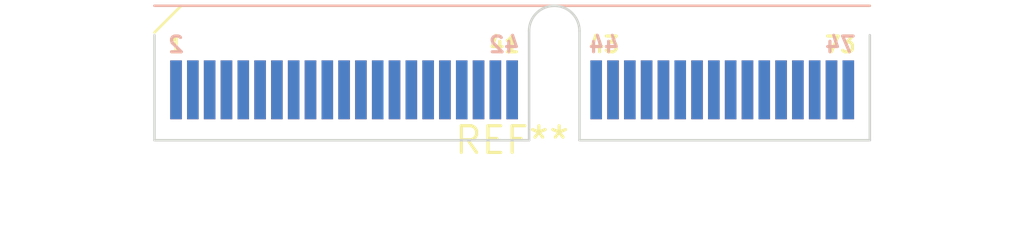
<source format=kicad_pcb>
(kicad_pcb (version 20240108) (generator pcbnew)
  (layers (0 "F.Cu" signal) (31 "B.Cu" signal) (34 "B.Paste" user) (35 "F.Paste" user) (36 "B.SilkS" user "B.Silkscreen") (37 "F.SilkS" user "F.Silkscreen") (38 "B.Mask" user) (39 "F.Mask" user) (44 "Edge.Cuts" user))
  (net 0 "")
  (footprint "Samtec_HSEC8-137-X-X-DV_2x37_P0.8mm_Edge" (layer "F.Cu") (at 0 0)
    (property "Reference" "REF**")
    (property "Value" "Samtec_HSEC8-137-X-X-DV_2x37_P0.8mm_Edge")
    (fp_line (start -17.025 -6.4) (end -17.025 -6.4) (layer "B.SilkS") (stroke (width 0.12)))
    (fp_line (start -17.025 -6.4) (end 17.025 -6.4) (layer "B.SilkS") (stroke (width 0.12)))
    (fp_line (start -17.025 -5.13) (end -15.755 -6.4) (layer "F.SilkS") (stroke (width 0.12)))
    (fp_line (start -15.755 -6.4) (end 17.025 -6.4) (layer "F.SilkS") (stroke (width 0.12)))
    (fp_line (start -17.025 -5) (end -17.025 0) (layer "Edge.Cuts") (stroke (width 0.12)))
    (fp_line (start -17.025 0) (end 0.805 0) (layer "Edge.Cuts") (stroke (width 0.12)))
    (fp_line (start 0.805 0) (end 0.805 -5.2) (layer "Edge.Cuts") (stroke (width 0.12)))
    (fp_line (start 3.205 -5.2) (end 3.205 0) (layer "Edge.Cuts") (stroke (width 0.12)))
    (fp_line (start 3.205 0) (end 17.025 0) (layer "Edge.Cuts") (stroke (width 0.12)))
    (fp_line (start 17.025 0) (end 17.025 -5) (layer "Edge.Cuts") (stroke (width 0.12)))
    (fp_arc (start 0.805 -5.2) (mid 2.005 -6.4) (end 3.205 -5.2) (layer "Edge.Cuts") (stroke (width 0.12)))
    (fp_text user "44" (at 4.375 -4.55 0) (layer "B.SilkS") (effects (font (size 0.75 0.75)) (justify mirror)))
    (fp_text user "74" (at 15.625 -4.55 0) (layer "B.SilkS") (effects (font (size 0.75 0.75)) (justify mirror)))
    (fp_text user "42" (at -0.375 -4.55 0) (layer "B.SilkS") (effects (font (size 0.75 0.75)) (justify mirror)))
    (fp_text user "2" (at -16 -4.55 0) (layer "B.SilkS") (effects (font (size 0.75 0.75)) (justify mirror)))
    (fp_text user "41" (at -0.375 -4.55 0) (layer "F.SilkS") (effects (font (size 0.75 0.75))))
    (fp_text user "43" (at 4.375 -4.55 0) (layer "F.SilkS") (effects (font (size 0.75 0.75))))
    (fp_text user "73" (at 15.625 -4.55 0) (layer "F.SilkS") (effects (font (size 0.75 0.75))))
    (fp_text user "1" (at -16 -4.55 0) (layer "F.SilkS") (effects (font (size 0.75 0.75))))
    (pad "1" connect rect (at -16 -2.4) (size 0.55 2.8) (layers "F.Cu" "F.Mask"))
    (pad "2" connect rect (at -16 -2.4) (size 0.55 2.8) (layers "B.Cu" "B.Mask"))
    (pad "3" connect rect (at -15.2 -2.4) (size 0.55 2.8) (layers "F.Cu" "F.Mask"))
    (pad "4" connect rect (at -15.2 -2.4) (size 0.55 2.8) (layers "B.Cu" "B.Mask"))
    (pad "5" connect rect (at -14.4 -2.4) (size 0.55 2.8) (layers "F.Cu" "F.Mask"))
    (pad "6" connect rect (at -14.4 -2.4) (size 0.55 2.8) (layers "B.Cu" "B.Mask"))
    (pad "7" connect rect (at -13.6 -2.4) (size 0.55 2.8) (layers "F.Cu" "F.Mask"))
    (pad "8" connect rect (at -13.6 -2.4) (size 0.55 2.8) (layers "B.Cu" "B.Mask"))
    (pad "9" connect rect (at -12.8 -2.4) (size 0.55 2.8) (layers "F.Cu" "F.Mask"))
    (pad "10" connect rect (at -12.8 -2.4) (size 0.55 2.8) (layers "B.Cu" "B.Mask"))
    (pad "11" connect rect (at -12 -2.4) (size 0.55 2.8) (layers "F.Cu" "F.Mask"))
    (pad "12" connect rect (at -12 -2.4) (size 0.55 2.8) (layers "B.Cu" "B.Mask"))
    (pad "13" connect rect (at -11.2 -2.4) (size 0.55 2.8) (layers "F.Cu" "F.Mask"))
    (pad "14" connect rect (at -11.2 -2.4) (size 0.55 2.8) (layers "B.Cu" "B.Mask"))
    (pad "15" connect rect (at -10.4 -2.4) (size 0.55 2.8) (layers "F.Cu" "F.Mask"))
    (pad "16" connect rect (at -10.4 -2.4) (size 0.55 2.8) (layers "B.Cu" "B.Mask"))
    (pad "17" connect rect (at -9.6 -2.4) (size 0.55 2.8) (layers "F.Cu" "F.Mask"))
    (pad "18" connect rect (at -9.6 -2.4) (size 0.55 2.8) (layers "B.Cu" "B.Mask"))
    (pad "19" connect rect (at -8.8 -2.4) (size 0.55 2.8) (layers "F.Cu" "F.Mask"))
    (pad "20" connect rect (at -8.8 -2.4) (size 0.55 2.8) (layers "B.Cu" "B.Mask"))
    (pad "21" connect rect (at -8 -2.4) (size 0.55 2.8) (layers "F.Cu" "F.Mask"))
    (pad "22" connect rect (at -8 -2.4) (size 0.55 2.8) (layers "B.Cu" "B.Mask"))
    (pad "23" connect rect (at -7.2 -2.4) (size 0.55 2.8) (layers "F.Cu" "F.Mask"))
    (pad "24" connect rect (at -7.2 -2.4) (size 0.55 2.8) (layers "B.Cu" "B.Mask"))
    (pad "25" connect rect (at -6.4 -2.4) (size 0.55 2.8) (layers "F.Cu" "F.Mask"))
    (pad "26" connect rect (at -6.4 -2.4) (size 0.55 2.8) (layers "B.Cu" "B.Mask"))
    (pad "27" connect rect (at -5.6 -2.4) (size 0.55 2.8) (layers "F.Cu" "F.Mask"))
    (pad "28" connect rect (at -5.6 -2.4) (size 0.55 2.8) (layers "B.Cu" "B.Mask"))
    (pad "29" connect rect (at -4.8 -2.4) (size 0.55 2.8) (layers "F.Cu" "F.Mask"))
    (pad "30" connect rect (at -4.8 -2.4) (size 0.55 2.8) (layers "B.Cu" "B.Mask"))
    (pad "31" connect rect (at -4 -2.4) (size 0.55 2.8) (layers "F.Cu" "F.Mask"))
    (pad "32" connect rect (at -4 -2.4) (size 0.55 2.8) (layers "B.Cu" "B.Mask"))
    (pad "33" connect rect (at -3.2 -2.4) (size 0.55 2.8) (layers "F.Cu" "F.Mask"))
    (pad "34" connect rect (at -3.2 -2.4) (size 0.55 2.8) (layers "B.Cu" "B.Mask"))
    (pad "35" connect rect (at -2.4 -2.4) (size 0.55 2.8) (layers "F.Cu" "F.Mask"))
    (pad "36" connect rect (at -2.4 -2.4) (size 0.55 2.8) (layers "B.Cu" "B.Mask"))
    (pad "37" connect rect (at -1.6 -2.4) (size 0.55 2.8) (layers "F.Cu" "F.Mask"))
    (pad "38" connect rect (at -1.6 -2.4) (size 0.55 2.8) (layers "B.Cu" "B.Mask"))
    (pad "39" connect rect (at -0.8 -2.4) (size 0.55 2.8) (layers "F.Cu" "F.Mask"))
    (pad "40" connect rect (at -0.8 -2.4) (size 0.55 2.8) (layers "B.Cu" "B.Mask"))
    (pad "41" connect rect (at 0 -2.4) (size 0.55 2.8) (layers "F.Cu" "F.Mask"))
    (pad "42" connect rect (at 0 -2.4) (size 0.55 2.8) (layers "B.Cu" "B.Mask"))
    (pad "43" connect rect (at 4 -2.4) (size 0.55 2.8) (layers "F.Cu" "F.Mask"))
    (pad "44" connect rect (at 4 -2.4) (size 0.55 2.8) (layers "B.Cu" "B.Mask"))
    (pad "45" connect rect (at 4.8 -2.4) (size 0.55 2.8) (layers "F.Cu" "F.Mask"))
    (pad "46" connect rect (at 4.8 -2.4) (size 0.55 2.8) (layers "B.Cu" "B.Mask"))
    (pad "47" connect rect (at 5.6 -2.4) (size 0.55 2.8) (layers "F.Cu" "F.Mask"))
    (pad "48" connect rect (at 5.6 -2.4) (size 0.55 2.8) (layers "B.Cu" "B.Mask"))
    (pad "49" connect rect (at 6.4 -2.4) (size 0.55 2.8) (layers "F.Cu" "F.Mask"))
    (pad "50" connect rect (at 6.4 -2.4) (size 0.55 2.8) (layers "B.Cu" "B.Mask"))
    (pad "51" connect rect (at 7.2 -2.4) (size 0.55 2.8) (layers "F.Cu" "F.Mask"))
    (pad "52" connect rect (at 7.2 -2.4) (size 0.55 2.8) (layers "B.Cu" "B.Mask"))
    (pad "53" connect rect (at 8 -2.4) (size 0.55 2.8) (layers "F.Cu" "F.Mask"))
    (pad "54" connect rect (at 8 -2.4) (size 0.55 2.8) (layers "B.Cu" "B.Mask"))
    (pad "55" connect rect (at 8.8 -2.4) (size 0.55 2.8) (layers "F.Cu" "F.Mask"))
    (pad "56" connect rect (at 8.8 -2.4) (size 0.55 2.8) (layers "B.Cu" "B.Mask"))
    (pad "57" connect rect (at 9.6 -2.4) (size 0.55 2.8) (layers "F.Cu" "F.Mask"))
    (pad "58" connect rect (at 9.6 -2.4) (size 0.55 2.8) (layers "B.Cu" "B.Mask"))
    (pad "59" connect rect (at 10.4 -2.4) (size 0.55 2.8) (layers "F.Cu" "F.Mask"))
    (pad "60" connect rect (at 10.4 -2.4) (size 0.55 2.8) (layers "B.Cu" "B.Mask"))
    (pad "61" connect rect (at 11.2 -2.4) (size 0.55 2.8) (layers "F.Cu" "F.Mask"))
    (pad "62" connect rect (at 11.2 -2.4) (size 0.55 2.8) (layers "B.Cu" "B.Mask"))
    (pad "63" connect rect (at 12 -2.4) (size 0.55 2.8) (layers "F.Cu" "F.Mask"))
    (pad "64" connect rect (at 12 -2.4) (size 0.55 2.8) (layers "B.Cu" "B.Mask"))
    (pad "65" connect rect (at 12.8 -2.4) (size 0.55 2.8) (layers "F.Cu" "F.Mask"))
    (pad "66" connect rect (at 12.8 -2.4) (size 0.55 2.8) (layers "B.Cu" "B.Mask"))
    (pad "67" connect rect (at 13.6 -2.4) (size 0.55 2.8) (layers "F.Cu" "F.Mask"))
    (pad "68" connect rect (at 13.6 -2.4) (size 0.55 2.8) (layers "B.Cu" "B.Mask"))
    (pad "69" connect rect (at 14.4 -2.4) (size 0.55 2.8) (layers "F.Cu" "F.Mask"))
    (pad "70" connect rect (at 14.4 -2.4) (size 0.55 2.8) (layers "B.Cu" "B.Mask"))
    (pad "71" connect rect (at 15.2 -2.4) (size 0.55 2.8) (layers "F.Cu" "F.Mask"))
    (pad "72" connect rect (at 15.2 -2.4) (size 0.55 2.8) (layers "B.Cu" "B.Mask"))
    (pad "73" connect rect (at 16 -2.4) (size 0.55 2.8) (layers "F.Cu" "F.Mask"))
    (pad "74" connect rect (at 16 -2.4) (size 0.55 2.8) (layers "B.Cu" "B.Mask"))
  )
)
</source>
